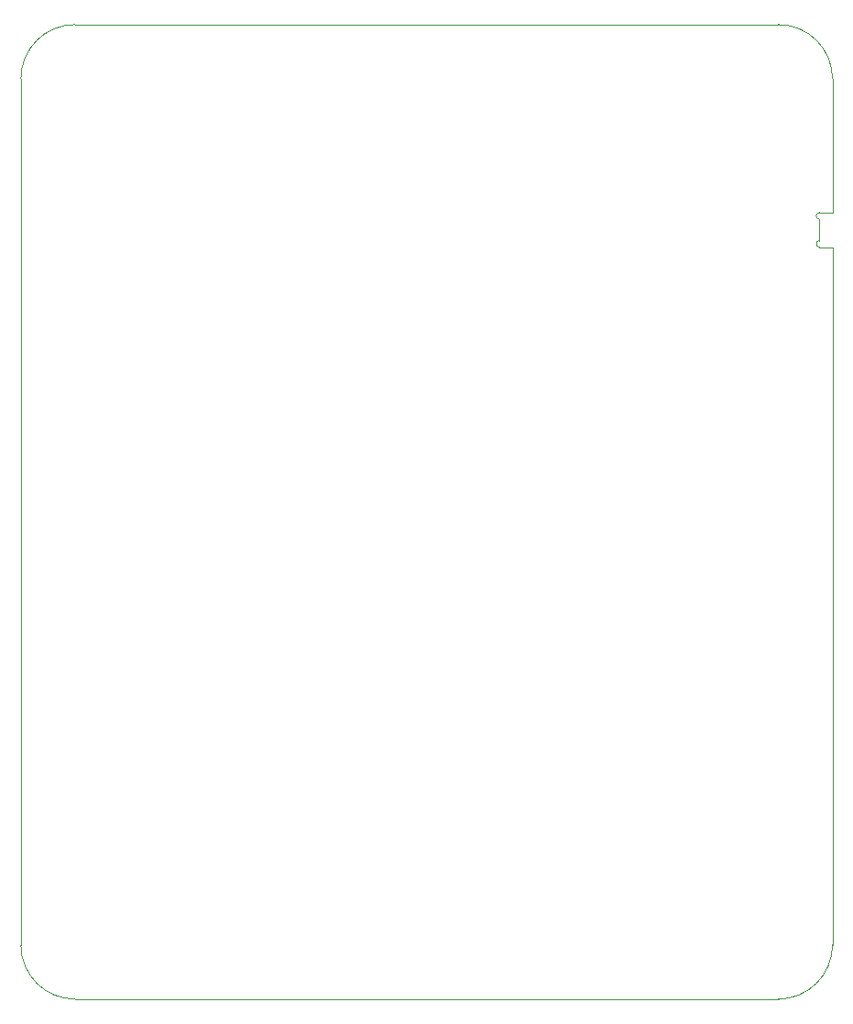
<source format=gbr>
%TF.GenerationSoftware,KiCad,Pcbnew,(6.0.4)*%
%TF.CreationDate,2022-06-27T22:40:44-04:00*%
%TF.ProjectId,xiao-rp2040-keypad,7869616f-2d72-4703-9230-34302d6b6579,rev?*%
%TF.SameCoordinates,Original*%
%TF.FileFunction,Profile,NP*%
%FSLAX46Y46*%
G04 Gerber Fmt 4.6, Leading zero omitted, Abs format (unit mm)*
G04 Created by KiCad (PCBNEW (6.0.4)) date 2022-06-27 22:40:44*
%MOMM*%
%LPD*%
G01*
G04 APERTURE LIST*
%TA.AperFunction,Profile*%
%ADD10C,0.100000*%
%TD*%
%TA.AperFunction,Profile*%
%ADD11C,0.010000*%
%TD*%
G04 APERTURE END LIST*
D10*
X152000000Y-138000000D02*
G75*
G03*
X157000000Y-133000000I0J5000000D01*
G01*
X157000000Y-53000000D02*
G75*
G03*
X152000000Y-48000000I-5000000J0D01*
G01*
X152000000Y-48000000D02*
X87000000Y-48000000D01*
X152000000Y-138000000D02*
X87000000Y-138000000D01*
X82000000Y-53000000D02*
X82000000Y-133000000D01*
X157000000Y-76964466D02*
X157000000Y-133000000D01*
X157000000Y-56964466D02*
X157000000Y-53000000D01*
X82000000Y-133000000D02*
G75*
G03*
X87000000Y-138000000I5000000J0D01*
G01*
X87000000Y-48000000D02*
G75*
G03*
X82000000Y-53000000I0J-5000000D01*
G01*
D11*
%TO.C,J2*%
X155800000Y-65964466D02*
X155800000Y-67964466D01*
X157000000Y-56964466D02*
X157000000Y-65364466D01*
X155800000Y-68564466D02*
X157000000Y-68564466D01*
X157000000Y-65364466D02*
X155800000Y-65364466D01*
X157000000Y-68564466D02*
X157000000Y-76964466D01*
X155800000Y-65364466D02*
G75*
G03*
X155800000Y-65964466I0J-300000D01*
G01*
X155800000Y-67964466D02*
G75*
G03*
X155800000Y-68564466I0J-300000D01*
G01*
%TD*%
M02*

</source>
